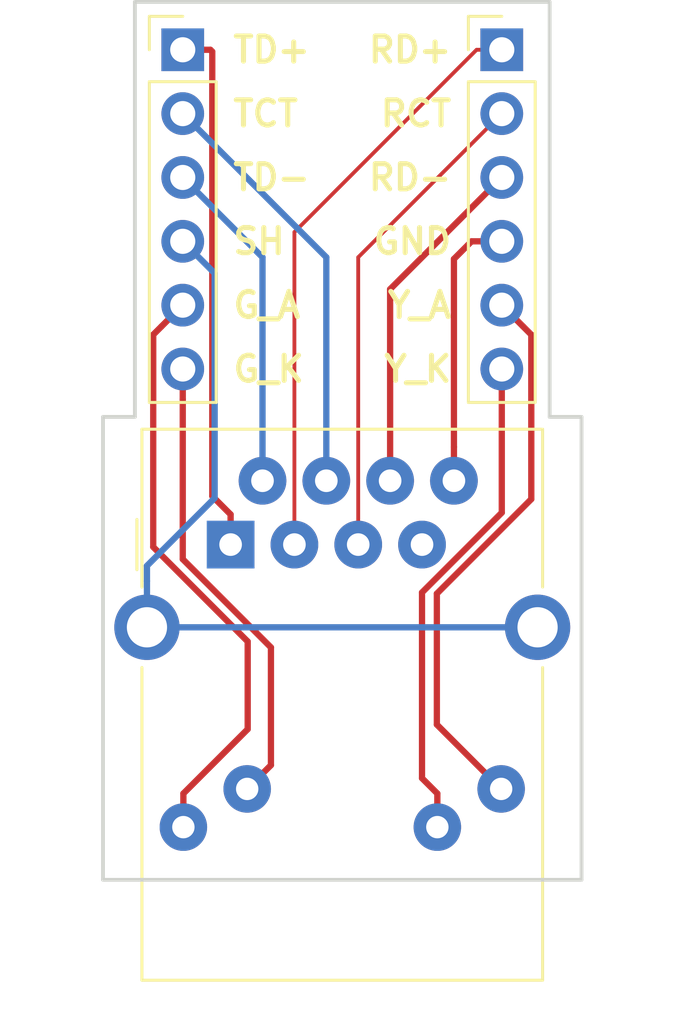
<source format=kicad_pcb>
(kicad_pcb (version 4) (host pcbnew 4.0.7)

  (general
    (links 13)
    (no_connects 13)
    (area 0 0 0 0)
    (thickness 1.6)
    (drawings 20)
    (tracks 49)
    (zones 0)
    (modules 3)
    (nets 14)
  )

  (page USLetter)
  (layers
    (0 F.Cu signal)
    (31 B.Cu signal)
    (32 B.Adhes user)
    (33 F.Adhes user)
    (34 B.Paste user)
    (35 F.Paste user)
    (36 B.SilkS user)
    (37 F.SilkS user)
    (38 B.Mask user)
    (39 F.Mask user)
    (40 Dwgs.User user)
    (41 Cmts.User user)
    (42 Eco1.User user)
    (43 Eco2.User user)
    (44 Edge.Cuts user)
    (45 Margin user)
    (46 B.CrtYd user)
    (47 F.CrtYd user)
    (48 B.Fab user)
    (49 F.Fab user)
  )

  (setup
    (last_trace_width 0.25)
    (user_trace_width 0.1524)
    (trace_clearance 0.2)
    (zone_clearance 0.508)
    (zone_45_only no)
    (trace_min 0.1524)
    (segment_width 0.2)
    (edge_width 0.15)
    (via_size 0.6)
    (via_drill 0.4)
    (via_min_size 0.4)
    (via_min_drill 0.3)
    (uvia_size 0.3)
    (uvia_drill 0.1)
    (uvias_allowed no)
    (uvia_min_size 0.2)
    (uvia_min_drill 0.1)
    (pcb_text_width 0.3)
    (pcb_text_size 1.5 1.5)
    (mod_edge_width 0.15)
    (mod_text_size 1 1)
    (mod_text_width 0.15)
    (pad_size 1.524 1.524)
    (pad_drill 0.762)
    (pad_to_mask_clearance 0)
    (aux_axis_origin 0 0)
    (visible_elements FFFEE77F)
    (pcbplotparams
      (layerselection 0x00030_80000001)
      (usegerberextensions false)
      (excludeedgelayer true)
      (linewidth 0.100000)
      (plotframeref false)
      (viasonmask false)
      (mode 1)
      (useauxorigin false)
      (hpglpennumber 1)
      (hpglpenspeed 20)
      (hpglpendiameter 15)
      (hpglpenoverlay 2)
      (psnegative false)
      (psa4output false)
      (plotreference true)
      (plotvalue true)
      (plotinvisibletext false)
      (padsonsilk false)
      (subtractmaskfromsilk false)
      (outputformat 1)
      (mirror false)
      (drillshape 1)
      (scaleselection 1)
      (outputdirectory ""))
  )

  (net 0 "")
  (net 1 "Net-(J1-Pad1)")
  (net 2 "Net-(J1-Pad2)")
  (net 3 "Net-(J1-Pad3)")
  (net 4 "Net-(J1-Pad4)")
  (net 5 "Net-(J1-Pad5)")
  (net 6 "Net-(J1-Pad6)")
  (net 7 "Net-(J2-PadR3)")
  (net 8 "Net-(J2-PadR5)")
  (net 9 "Net-(J2-PadR6)")
  (net 10 "Net-(J2-PadR7)")
  (net 11 GND)
  (net 12 "Net-(J2-PadL1)")
  (net 13 "Net-(J2-PadL2)")

  (net_class Default "This is the default net class."
    (clearance 0.2)
    (trace_width 0.25)
    (via_dia 0.6)
    (via_drill 0.4)
    (uvia_dia 0.3)
    (uvia_drill 0.1)
    (add_net GND)
    (add_net "Net-(J1-Pad1)")
    (add_net "Net-(J1-Pad2)")
    (add_net "Net-(J1-Pad3)")
    (add_net "Net-(J1-Pad4)")
    (add_net "Net-(J1-Pad5)")
    (add_net "Net-(J1-Pad6)")
    (add_net "Net-(J2-PadL1)")
    (add_net "Net-(J2-PadL2)")
    (add_net "Net-(J2-PadR6)")
    (add_net "Net-(J2-PadR7)")
  )

  (net_class Skinny ""
    (clearance 0.1524)
    (trace_width 0.1524)
    (via_dia 0.6)
    (via_drill 0.4)
    (uvia_dia 0.3)
    (uvia_drill 0.1)
    (add_net "Net-(J2-PadR3)")
    (add_net "Net-(J2-PadR5)")
  )

  (module Pin_Headers:Pin_Header_Straight_1x06_Pitch2.54mm (layer F.Cu) (tedit 5ADFDC51) (tstamp 5ADFD434)
    (at 132.08 77.47)
    (descr "Through hole straight pin header, 1x06, 2.54mm pitch, single row")
    (tags "Through hole pin header THT 1x06 2.54mm single row")
    (path /5ADFCFA8)
    (fp_text reference J1 (at 0 -2.33) (layer F.SilkS) hide
      (effects (font (size 1 1) (thickness 0.15)))
    )
    (fp_text value Conn_01x06 (at 0 15.03) (layer F.Fab)
      (effects (font (size 1 1) (thickness 0.15)))
    )
    (fp_line (start -0.635 -1.27) (end 1.27 -1.27) (layer F.Fab) (width 0.1))
    (fp_line (start 1.27 -1.27) (end 1.27 13.97) (layer F.Fab) (width 0.1))
    (fp_line (start 1.27 13.97) (end -1.27 13.97) (layer F.Fab) (width 0.1))
    (fp_line (start -1.27 13.97) (end -1.27 -0.635) (layer F.Fab) (width 0.1))
    (fp_line (start -1.27 -0.635) (end -0.635 -1.27) (layer F.Fab) (width 0.1))
    (fp_line (start -1.33 14.03) (end 1.33 14.03) (layer F.SilkS) (width 0.12))
    (fp_line (start -1.33 1.27) (end -1.33 14.03) (layer F.SilkS) (width 0.12))
    (fp_line (start 1.33 1.27) (end 1.33 14.03) (layer F.SilkS) (width 0.12))
    (fp_line (start -1.33 1.27) (end 1.33 1.27) (layer F.SilkS) (width 0.12))
    (fp_line (start -1.33 0) (end -1.33 -1.33) (layer F.SilkS) (width 0.12))
    (fp_line (start -1.33 -1.33) (end 0 -1.33) (layer F.SilkS) (width 0.12))
    (fp_line (start -1.8 -1.8) (end -1.8 14.5) (layer F.CrtYd) (width 0.05))
    (fp_line (start -1.8 14.5) (end 1.8 14.5) (layer F.CrtYd) (width 0.05))
    (fp_line (start 1.8 14.5) (end 1.8 -1.8) (layer F.CrtYd) (width 0.05))
    (fp_line (start 1.8 -1.8) (end -1.8 -1.8) (layer F.CrtYd) (width 0.05))
    (fp_text user %R (at 0 6.35 90) (layer F.Fab)
      (effects (font (size 1 1) (thickness 0.15)))
    )
    (pad 1 thru_hole rect (at 0 0) (size 1.7 1.7) (drill 1) (layers *.Cu *.Mask)
      (net 1 "Net-(J1-Pad1)"))
    (pad 2 thru_hole oval (at 0 2.54) (size 1.7 1.7) (drill 1) (layers *.Cu *.Mask)
      (net 2 "Net-(J1-Pad2)"))
    (pad 3 thru_hole oval (at 0 5.08) (size 1.7 1.7) (drill 1) (layers *.Cu *.Mask)
      (net 3 "Net-(J1-Pad3)"))
    (pad 4 thru_hole oval (at 0 7.62) (size 1.7 1.7) (drill 1) (layers *.Cu *.Mask)
      (net 4 "Net-(J1-Pad4)"))
    (pad 5 thru_hole oval (at 0 10.16) (size 1.7 1.7) (drill 1) (layers *.Cu *.Mask)
      (net 5 "Net-(J1-Pad5)"))
    (pad 6 thru_hole oval (at 0 12.7) (size 1.7 1.7) (drill 1) (layers *.Cu *.Mask)
      (net 6 "Net-(J1-Pad6)"))
    (model ${KISYS3DMOD}/Pin_Headers.3dshapes/Pin_Header_Straight_1x06_Pitch2.54mm.wrl
      (at (xyz 0 0 0))
      (scale (xyz 1 1 1))
      (rotate (xyz 0 0 0))
    )
  )

  (module myLibrary:RJ45_Amphenol_RJMG1BD3B8K1ANR (layer F.Cu) (tedit 5ADFDC66) (tstamp 5ADFD459)
    (at 133.985 97.155)
    (descr "1 Port RJ45 Magjack Connector Through Hole 10/100 Base-T, AutoMDIX, https://www.amphenolcanada.com/ProductSearch/Drawings/AC/RJMG1BD3B8K1ANR.PDF")
    (tags "RJ45 Magjack")
    (path /5ADFCF67)
    (fp_text reference J2 (at 4.445 -5.49) (layer F.SilkS) hide
      (effects (font (size 1 1) (thickness 0.15)))
    )
    (fp_text value RJ45_Amphenol_RJMG1BD3B8K1ANR (at 4.445 18.23) (layer F.Fab)
      (effects (font (size 1 1) (thickness 0.15)))
    )
    (fp_line (start -2.43 -4.49) (end 12.32 -4.49) (layer F.Fab) (width 0.1))
    (fp_line (start 12.32 -4.49) (end 12.32 17.23) (layer F.Fab) (width 0.1))
    (fp_line (start 12.32 17.23) (end -3.43 17.23) (layer F.Fab) (width 0.1))
    (fp_line (start -3.43 17.23) (end -3.43 -3.49) (layer F.Fab) (width 0.1))
    (fp_line (start -3.43 -3.49) (end -2.43 -4.49) (layer F.Fab) (width 0.1))
    (fp_line (start -3.53 1.69) (end -3.53 -4.59) (layer F.SilkS) (width 0.12))
    (fp_line (start -3.53 -4.59) (end 12.42 -4.59) (layer F.SilkS) (width 0.12))
    (fp_line (start 12.42 -4.59) (end 12.42 1.69) (layer F.SilkS) (width 0.12))
    (fp_line (start 12.42 4.89) (end 12.42 17.33) (layer F.SilkS) (width 0.12))
    (fp_line (start 12.42 17.33) (end -3.53 17.33) (layer F.SilkS) (width 0.12))
    (fp_line (start -3.53 17.33) (end -3.53 4.89) (layer F.SilkS) (width 0.12))
    (fp_line (start -3.73 -1) (end -3.73 1) (layer F.SilkS) (width 0.12))
    (fp_line (start -5.13 -4.99) (end -5.13 17.73) (layer F.CrtYd) (width 0.05))
    (fp_line (start -5.13 17.73) (end 14.02 17.73) (layer F.CrtYd) (width 0.05))
    (fp_line (start 14.02 17.73) (end 14.02 -4.99) (layer F.CrtYd) (width 0.05))
    (fp_line (start 14.02 -4.99) (end -5.13 -4.99) (layer F.CrtYd) (width 0.05))
    (fp_text user %R (at 4.445 6.37) (layer F.Fab)
      (effects (font (size 1 1) (thickness 0.15)))
    )
    (pad R1 thru_hole rect (at 0 0) (size 1.9 1.9) (drill 0.9) (layers *.Cu *.Mask)
      (net 1 "Net-(J1-Pad1)"))
    (pad R2 thru_hole circle (at 1.27 -2.54) (size 1.9 1.9) (drill 0.9) (layers *.Cu *.Mask)
      (net 3 "Net-(J1-Pad3)"))
    (pad R3 thru_hole circle (at 2.54 0) (size 1.9 1.9) (drill 0.9) (layers *.Cu *.Mask)
      (net 7 "Net-(J2-PadR3)"))
    (pad R4 thru_hole circle (at 3.81 -2.54) (size 1.9 1.9) (drill 0.9) (layers *.Cu *.Mask)
      (net 2 "Net-(J1-Pad2)"))
    (pad R5 thru_hole circle (at 5.08 0) (size 1.9 1.9) (drill 0.9) (layers *.Cu *.Mask)
      (net 8 "Net-(J2-PadR5)"))
    (pad R6 thru_hole circle (at 6.35 -2.54) (size 1.9 1.9) (drill 0.9) (layers *.Cu *.Mask)
      (net 9 "Net-(J2-PadR6)"))
    (pad R7 thru_hole circle (at 7.62 0) (size 1.9 1.9) (drill 0.9) (layers *.Cu *.Mask)
      (net 10 "Net-(J2-PadR7)"))
    (pad R8 thru_hole circle (at 8.89 -2.54) (size 1.9 1.9) (drill 0.9) (layers *.Cu *.Mask)
      (net 11 GND))
    (pad L1 thru_hole circle (at 10.77 9.72) (size 1.89 1.89) (drill 0.89) (layers *.Cu *.Mask)
      (net 12 "Net-(J2-PadL1)"))
    (pad L2 thru_hole circle (at 8.23 11.24) (size 1.89 1.89) (drill 0.89) (layers *.Cu *.Mask)
      (net 13 "Net-(J2-PadL2)"))
    (pad L3 thru_hole circle (at 0.66 9.72) (size 1.89 1.89) (drill 0.89) (layers *.Cu *.Mask)
      (net 6 "Net-(J1-Pad6)"))
    (pad L4 thru_hole circle (at -1.88 11.24) (size 1.89 1.89) (drill 0.89) (layers *.Cu *.Mask)
      (net 5 "Net-(J1-Pad5)"))
    (pad 13 thru_hole circle (at -3.33 3.29) (size 2.6 2.6) (drill 1.6) (layers *.Cu *.Mask)
      (net 4 "Net-(J1-Pad4)"))
    (pad 13 thru_hole circle (at 12.22 3.29) (size 2.6 2.6) (drill 1.6) (layers *.Cu *.Mask)
      (net 4 "Net-(J1-Pad4)"))
    (pad "" np_thru_hole circle (at -1.27 6.34) (size 3.25 3.25) (drill 3.25) (layers *.Cu *.Mask))
    (pad "" np_thru_hole circle (at 10.16 6.34) (size 3.25 3.25) (drill 3.25) (layers *.Cu *.Mask))
    (model ${KISYS3DMOD}/Connector_RJ.3dshapes/RJ45_Amphenol_RJMG1BD3B8K1ANR.wrl
      (at (xyz 0 0 0))
      (scale (xyz 1 1 1))
      (rotate (xyz 0 0 0))
    )
  )

  (module Pin_Headers:Pin_Header_Straight_1x06_Pitch2.54mm (layer F.Cu) (tedit 5ADFDC60) (tstamp 5ADFD473)
    (at 144.78 77.47)
    (descr "Through hole straight pin header, 1x06, 2.54mm pitch, single row")
    (tags "Through hole pin header THT 1x06 2.54mm single row")
    (path /5ADFCFCA)
    (fp_text reference J3 (at 0 -2.33) (layer F.SilkS) hide
      (effects (font (size 1 1) (thickness 0.15)))
    )
    (fp_text value Conn_01x06 (at 0 15.03) (layer F.Fab)
      (effects (font (size 1 1) (thickness 0.15)))
    )
    (fp_line (start -0.635 -1.27) (end 1.27 -1.27) (layer F.Fab) (width 0.1))
    (fp_line (start 1.27 -1.27) (end 1.27 13.97) (layer F.Fab) (width 0.1))
    (fp_line (start 1.27 13.97) (end -1.27 13.97) (layer F.Fab) (width 0.1))
    (fp_line (start -1.27 13.97) (end -1.27 -0.635) (layer F.Fab) (width 0.1))
    (fp_line (start -1.27 -0.635) (end -0.635 -1.27) (layer F.Fab) (width 0.1))
    (fp_line (start -1.33 14.03) (end 1.33 14.03) (layer F.SilkS) (width 0.12))
    (fp_line (start -1.33 1.27) (end -1.33 14.03) (layer F.SilkS) (width 0.12))
    (fp_line (start 1.33 1.27) (end 1.33 14.03) (layer F.SilkS) (width 0.12))
    (fp_line (start -1.33 1.27) (end 1.33 1.27) (layer F.SilkS) (width 0.12))
    (fp_line (start -1.33 0) (end -1.33 -1.33) (layer F.SilkS) (width 0.12))
    (fp_line (start -1.33 -1.33) (end 0 -1.33) (layer F.SilkS) (width 0.12))
    (fp_line (start -1.8 -1.8) (end -1.8 14.5) (layer F.CrtYd) (width 0.05))
    (fp_line (start -1.8 14.5) (end 1.8 14.5) (layer F.CrtYd) (width 0.05))
    (fp_line (start 1.8 14.5) (end 1.8 -1.8) (layer F.CrtYd) (width 0.05))
    (fp_line (start 1.8 -1.8) (end -1.8 -1.8) (layer F.CrtYd) (width 0.05))
    (fp_text user %R (at 0 6.35 90) (layer F.Fab)
      (effects (font (size 1 1) (thickness 0.15)))
    )
    (pad 1 thru_hole rect (at 0 0) (size 1.7 1.7) (drill 1) (layers *.Cu *.Mask)
      (net 7 "Net-(J2-PadR3)"))
    (pad 2 thru_hole oval (at 0 2.54) (size 1.7 1.7) (drill 1) (layers *.Cu *.Mask)
      (net 8 "Net-(J2-PadR5)"))
    (pad 3 thru_hole oval (at 0 5.08) (size 1.7 1.7) (drill 1) (layers *.Cu *.Mask)
      (net 9 "Net-(J2-PadR6)"))
    (pad 4 thru_hole oval (at 0 7.62) (size 1.7 1.7) (drill 1) (layers *.Cu *.Mask)
      (net 11 GND))
    (pad 5 thru_hole oval (at 0 10.16) (size 1.7 1.7) (drill 1) (layers *.Cu *.Mask)
      (net 12 "Net-(J2-PadL1)"))
    (pad 6 thru_hole oval (at 0 12.7) (size 1.7 1.7) (drill 1) (layers *.Cu *.Mask)
      (net 13 "Net-(J2-PadL2)"))
    (model ${KISYS3DMOD}/Pin_Headers.3dshapes/Pin_Header_Straight_1x06_Pitch2.54mm.wrl
      (at (xyz 0 0 0))
      (scale (xyz 1 1 1))
      (rotate (xyz 0 0 0))
    )
  )

  (gr_text Y_K (at 142.875 90.17) (layer F.SilkS)
    (effects (font (size 1 1) (thickness 0.2)) (justify right))
  )
  (gr_text Y_A (at 142.875 87.63) (layer F.SilkS)
    (effects (font (size 1 1) (thickness 0.2)) (justify right))
  )
  (gr_text GND (at 142.875 85.09) (layer F.SilkS)
    (effects (font (size 1 1) (thickness 0.2)) (justify right))
  )
  (gr_text RD- (at 142.875 82.55) (layer F.SilkS)
    (effects (font (size 1 1) (thickness 0.2)) (justify right))
  )
  (gr_text RCT (at 142.875 80.01) (layer F.SilkS)
    (effects (font (size 1 1) (thickness 0.2)) (justify right))
  )
  (gr_text RD+ (at 142.875 77.47) (layer F.SilkS)
    (effects (font (size 1 1) (thickness 0.2)) (justify right))
  )
  (gr_text G_K (at 133.985 90.17) (layer F.SilkS)
    (effects (font (size 1 1) (thickness 0.2)) (justify left))
  )
  (gr_text G_A (at 133.985 87.63) (layer F.SilkS)
    (effects (font (size 1 1) (thickness 0.2)) (justify left))
  )
  (gr_text SH (at 133.985 85.09) (layer F.SilkS)
    (effects (font (size 1 1) (thickness 0.2)) (justify left))
  )
  (gr_text TD- (at 133.985 82.55) (layer F.SilkS)
    (effects (font (size 1 1) (thickness 0.2)) (justify left))
  )
  (gr_text TCT (at 133.985 80.01) (layer F.SilkS)
    (effects (font (size 1 1) (thickness 0.2)) (justify left))
  )
  (gr_text TD+ (at 133.985 77.47) (layer F.SilkS)
    (effects (font (size 1 1) (thickness 0.2)) (justify left))
  )
  (gr_line (start 128.905 92.075) (end 128.905 110.49) (angle 90) (layer Edge.Cuts) (width 0.15))
  (gr_line (start 130.175 92.075) (end 128.905 92.075) (angle 90) (layer Edge.Cuts) (width 0.15))
  (gr_line (start 130.175 75.565) (end 130.175 92.075) (angle 90) (layer Edge.Cuts) (width 0.15))
  (gr_line (start 146.685 75.565) (end 130.175 75.565) (angle 90) (layer Edge.Cuts) (width 0.15))
  (gr_line (start 146.685 92.075) (end 146.685 75.565) (angle 90) (layer Edge.Cuts) (width 0.15))
  (gr_line (start 147.955 92.075) (end 146.685 92.075) (angle 90) (layer Edge.Cuts) (width 0.15))
  (gr_line (start 147.955 110.49) (end 147.955 92.075) (angle 90) (layer Edge.Cuts) (width 0.15))
  (gr_line (start 128.905 110.49) (end 147.955 110.49) (angle 90) (layer Edge.Cuts) (width 0.15))

  (segment (start 133.985 97.155) (end 133.985 95.955) (width 0.25) (layer F.Cu) (net 1))
  (segment (start 133.985 95.955) (end 133.255001 95.225001) (width 0.25) (layer F.Cu) (net 1))
  (segment (start 133.255001 95.225001) (end 133.255001 77.545001) (width 0.25) (layer F.Cu) (net 1))
  (segment (start 133.255001 77.545001) (end 133.18 77.47) (width 0.25) (layer F.Cu) (net 1))
  (segment (start 133.18 77.47) (end 132.08 77.47) (width 0.25) (layer F.Cu) (net 1))
  (segment (start 137.795 94.615) (end 137.795 85.725) (width 0.25) (layer B.Cu) (net 2))
  (segment (start 137.795 85.725) (end 132.08 80.01) (width 0.25) (layer B.Cu) (net 2))
  (segment (start 135.255 94.615) (end 135.255 85.725) (width 0.25) (layer B.Cu) (net 3))
  (segment (start 135.255 85.725) (end 132.08 82.55) (width 0.25) (layer B.Cu) (net 3))
  (segment (start 130.655 100.445) (end 146.205 100.445) (width 0.25) (layer B.Cu) (net 4))
  (segment (start 132.08 85.09) (end 133.35 86.36) (width 0.25) (layer B.Cu) (net 4))
  (segment (start 133.35 86.36) (end 133.35 95.304998) (width 0.25) (layer B.Cu) (net 4))
  (segment (start 133.35 95.304998) (end 130.655 97.999998) (width 0.25) (layer B.Cu) (net 4))
  (segment (start 130.655 97.999998) (end 130.655 98.606523) (width 0.25) (layer B.Cu) (net 4))
  (segment (start 130.655 98.606523) (end 130.655 100.445) (width 0.25) (layer B.Cu) (net 4))
  (segment (start 134.665001 101.010001) (end 130.904999 97.249999) (width 0.25) (layer F.Cu) (net 5))
  (segment (start 130.904999 97.249999) (end 130.904999 88.805001) (width 0.25) (layer F.Cu) (net 5))
  (segment (start 130.904999 88.805001) (end 131.230001 88.479999) (width 0.25) (layer F.Cu) (net 5))
  (segment (start 131.230001 88.479999) (end 132.08 87.63) (width 0.25) (layer F.Cu) (net 5))
  (segment (start 132.105 108.395) (end 132.105 107.058569) (width 0.25) (layer F.Cu) (net 5))
  (segment (start 132.105 107.058569) (end 134.665001 104.498568) (width 0.25) (layer F.Cu) (net 5))
  (segment (start 134.665001 104.498568) (end 134.665001 101.010001) (width 0.25) (layer F.Cu) (net 5))
  (segment (start 134.645 106.875) (end 135.589999 105.930001) (width 0.25) (layer F.Cu) (net 6))
  (segment (start 135.589999 105.930001) (end 135.589999 101.245001) (width 0.25) (layer F.Cu) (net 6))
  (segment (start 135.589999 101.245001) (end 132.08 97.735002) (width 0.25) (layer F.Cu) (net 6))
  (segment (start 132.08 97.735002) (end 132.08 91.372081) (width 0.25) (layer F.Cu) (net 6))
  (segment (start 132.08 91.372081) (end 132.08 90.17) (width 0.25) (layer F.Cu) (net 6))
  (segment (start 136.525 97.155) (end 136.525 84.7226) (width 0.1524) (layer F.Cu) (net 7))
  (segment (start 136.525 84.7226) (end 143.7776 77.47) (width 0.1524) (layer F.Cu) (net 7))
  (segment (start 143.7776 77.47) (end 144.78 77.47) (width 0.1524) (layer F.Cu) (net 7))
  (segment (start 139.065 97.155) (end 139.065 85.725) (width 0.1524) (layer F.Cu) (net 8))
  (segment (start 139.065 85.725) (end 144.78 80.01) (width 0.1524) (layer F.Cu) (net 8))
  (segment (start 140.335 94.615) (end 140.335 86.995) (width 0.25) (layer F.Cu) (net 9))
  (segment (start 140.335 86.995) (end 144.78 82.55) (width 0.25) (layer F.Cu) (net 9))
  (segment (start 144.78 85.09) (end 143.577919 85.09) (width 0.25) (layer F.Cu) (net 11))
  (segment (start 142.875 93.271498) (end 142.875 94.615) (width 0.25) (layer F.Cu) (net 11))
  (segment (start 143.577919 85.09) (end 142.875 85.792919) (width 0.25) (layer F.Cu) (net 11))
  (segment (start 142.875 85.792919) (end 142.875 93.271498) (width 0.25) (layer F.Cu) (net 11))
  (segment (start 145.629999 88.479999) (end 144.78 87.63) (width 0.25) (layer F.Cu) (net 12))
  (segment (start 145.955001 88.805001) (end 145.629999 88.479999) (width 0.25) (layer F.Cu) (net 12))
  (segment (start 142.194999 99.106411) (end 145.955001 95.346409) (width 0.25) (layer F.Cu) (net 12))
  (segment (start 142.194999 104.314999) (end 142.194999 99.106411) (width 0.25) (layer F.Cu) (net 12))
  (segment (start 144.755 106.875) (end 142.194999 104.314999) (width 0.25) (layer F.Cu) (net 12))
  (segment (start 145.955001 95.346409) (end 145.955001 88.805001) (width 0.25) (layer F.Cu) (net 12))
  (segment (start 141.605 99.06) (end 144.78 95.885) (width 0.25) (layer F.Cu) (net 13))
  (segment (start 144.78 95.885) (end 144.78 90.17) (width 0.25) (layer F.Cu) (net 13))
  (segment (start 141.605 106.448569) (end 141.605 99.06) (width 0.25) (layer F.Cu) (net 13))
  (segment (start 142.215 108.395) (end 142.215 107.058569) (width 0.25) (layer F.Cu) (net 13))
  (segment (start 142.215 107.058569) (end 141.605 106.448569) (width 0.25) (layer F.Cu) (net 13))

)

</source>
